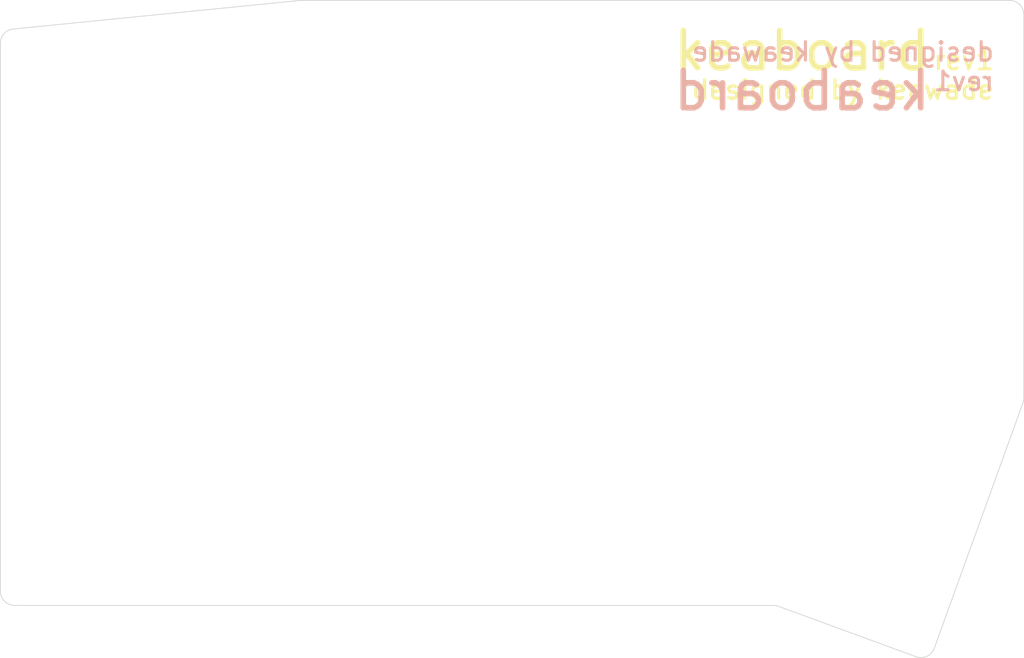
<source format=kicad_pcb>
(kicad_pcb (version 20171130) (host pcbnew 5.1.6-c6e7f7d~87~ubuntu20.04.1)

  (general
    (thickness 1.6)
    (drawings 20)
    (tracks 0)
    (zones 0)
    (modules 8)
    (nets 1)
  )

  (page A4)
  (layers
    (0 F.Cu signal)
    (31 B.Cu signal)
    (32 B.Adhes user)
    (33 F.Adhes user)
    (34 B.Paste user)
    (35 F.Paste user)
    (36 B.SilkS user)
    (37 F.SilkS user)
    (38 B.Mask user)
    (39 F.Mask user)
    (40 Dwgs.User user)
    (41 Cmts.User user)
    (42 Eco1.User user)
    (43 Eco2.User user)
    (44 Edge.Cuts user)
    (45 Margin user)
    (46 B.CrtYd user)
    (47 F.CrtYd user)
    (48 B.Fab user)
    (49 F.Fab user)
  )

  (setup
    (last_trace_width 0.25)
    (trace_clearance 0.2)
    (zone_clearance 0.508)
    (zone_45_only no)
    (trace_min 0.2)
    (via_size 0.8)
    (via_drill 0.4)
    (via_min_size 0.4)
    (via_min_drill 0.3)
    (uvia_size 0.3)
    (uvia_drill 0.1)
    (uvias_allowed no)
    (uvia_min_size 0.2)
    (uvia_min_drill 0.1)
    (edge_width 0.05)
    (segment_width 0.2)
    (pcb_text_width 0.3)
    (pcb_text_size 1.5 1.5)
    (mod_edge_width 0.12)
    (mod_text_size 1 1)
    (mod_text_width 0.15)
    (pad_size 1.524 1.524)
    (pad_drill 0.762)
    (pad_to_mask_clearance 0.05)
    (aux_axis_origin 0 0)
    (visible_elements FFFFFF7F)
    (pcbplotparams
      (layerselection 0x010f0_ffffffff)
      (usegerberextensions false)
      (usegerberattributes true)
      (usegerberadvancedattributes true)
      (creategerberjobfile true)
      (excludeedgelayer true)
      (linewidth 0.100000)
      (plotframeref false)
      (viasonmask false)
      (mode 1)
      (useauxorigin false)
      (hpglpennumber 1)
      (hpglpenspeed 20)
      (hpglpendiameter 15.000000)
      (psnegative false)
      (psa4output false)
      (plotreference true)
      (plotvalue true)
      (plotinvisibletext false)
      (padsonsilk false)
      (subtractmaskfromsilk false)
      (outputformat 1)
      (mirror false)
      (drillshape 0)
      (scaleselection 1)
      (outputdirectory "Gerber/"))
  )

  (net 0 "")

  (net_class Default "This is the default net class."
    (clearance 0.2)
    (trace_width 0.25)
    (via_dia 0.8)
    (via_drill 0.4)
    (uvia_dia 0.3)
    (uvia_drill 0.1)
  )

  (module MountingHole:MountingHole_2.2mm_M2 (layer F.Cu) (tedit 56D1B4CB) (tstamp 5F42FBF1)
    (at 105.156 65.731)
    (descr "Mounting Hole 2.2mm, no annular, M2")
    (tags "mounting hole 2.2mm no annular m2")
    (attr virtual)
    (fp_text reference REF** (at 0 -3.2) (layer F.SilkS) hide
      (effects (font (size 1 1) (thickness 0.15)))
    )
    (fp_text value MountingHole_2.2mm_M2 (at 0 3.2) (layer F.Fab) hide
      (effects (font (size 1 1) (thickness 0.15)))
    )
    (fp_circle (center 0 0) (end 2.2 0) (layer Cmts.User) (width 0.15))
    (fp_circle (center 0 0) (end 2.45 0) (layer F.CrtYd) (width 0.05))
    (fp_text user %R (at 0.3 0) (layer F.Fab)
      (effects (font (size 1 1) (thickness 0.15)))
    )
    (pad 1 np_thru_hole circle (at 0 0) (size 2.2 2.2) (drill 2.2) (layers *.Cu *.Mask))
  )

  (module MountingHole:MountingHole_2.2mm_M2 (layer F.Cu) (tedit 56D1B4CB) (tstamp 5F42FBEA)
    (at 160.306 108.331)
    (descr "Mounting Hole 2.2mm, no annular, M2")
    (tags "mounting hole 2.2mm no annular m2")
    (attr virtual)
    (fp_text reference REF** (at 0 -3.2) (layer F.SilkS) hide
      (effects (font (size 1 1) (thickness 0.15)))
    )
    (fp_text value MountingHole_2.2mm_M2 (at 0 3.2) (layer F.Fab) hide
      (effects (font (size 1 1) (thickness 0.15)))
    )
    (fp_circle (center 0 0) (end 2.2 0) (layer Cmts.User) (width 0.15))
    (fp_circle (center 0 0) (end 2.45 0) (layer F.CrtYd) (width 0.05))
    (fp_text user %R (at 0.3 0) (layer F.Fab)
      (effects (font (size 1 1) (thickness 0.15)))
    )
    (pad 1 np_thru_hole circle (at 0 0) (size 2.2 2.2) (drill 2.2) (layers *.Cu *.Mask))
  )

  (module MountingHole:MountingHole_2.2mm_M2 (layer F.Cu) (tedit 56D1B4CB) (tstamp 5F42FBE3)
    (at 105.156 103.831)
    (descr "Mounting Hole 2.2mm, no annular, M2")
    (tags "mounting hole 2.2mm no annular m2")
    (attr virtual)
    (fp_text reference REF** (at 0 -3.2) (layer F.SilkS) hide
      (effects (font (size 1 1) (thickness 0.15)))
    )
    (fp_text value MountingHole_2.2mm_M2 (at 0 3.2) (layer F.Fab) hide
      (effects (font (size 1 1) (thickness 0.15)))
    )
    (fp_circle (center 0 0) (end 2.2 0) (layer Cmts.User) (width 0.15))
    (fp_circle (center 0 0) (end 2.45 0) (layer F.CrtYd) (width 0.05))
    (fp_text user %R (at 0.3 0) (layer F.Fab)
      (effects (font (size 1 1) (thickness 0.15)))
    )
    (pad 1 np_thru_hole circle (at 0 0) (size 2.2 2.2) (drill 2.2) (layers *.Cu *.Mask))
  )

  (module MountingHole:MountingHole_2.2mm_M2 (layer F.Cu) (tedit 56D1B4CB) (tstamp 5F42FBDC)
    (at 161.306 70.231)
    (descr "Mounting Hole 2.2mm, no annular, M2")
    (tags "mounting hole 2.2mm no annular m2")
    (attr virtual)
    (fp_text reference REF** (at 0 -3.2) (layer F.SilkS) hide
      (effects (font (size 1 1) (thickness 0.15)))
    )
    (fp_text value MountingHole_2.2mm_M2 (at 0 3.2) (layer F.Fab) hide
      (effects (font (size 1 1) (thickness 0.15)))
    )
    (fp_circle (center 0 0) (end 2.2 0) (layer Cmts.User) (width 0.15))
    (fp_circle (center 0 0) (end 2.45 0) (layer F.CrtYd) (width 0.05))
    (fp_text user %R (at 0.3 0) (layer F.Fab)
      (effects (font (size 1 1) (thickness 0.15)))
    )
    (pad 1 np_thru_hole circle (at 0 0) (size 2.2 2.2) (drill 2.2) (layers *.Cu *.Mask))
  )

  (module MountingHole:MountingHole_2.2mm_M2 (layer F.Cu) (tedit 56D1B4CB) (tstamp 5F42FBD5)
    (at 67.056 108.331)
    (descr "Mounting Hole 2.2mm, no annular, M2")
    (tags "mounting hole 2.2mm no annular m2")
    (attr virtual)
    (fp_text reference REF** (at 0 -3.2) (layer F.SilkS) hide
      (effects (font (size 1 1) (thickness 0.15)))
    )
    (fp_text value MountingHole_2.2mm_M2 (at 0 3.2) (layer F.Fab) hide
      (effects (font (size 1 1) (thickness 0.15)))
    )
    (fp_circle (center 0 0) (end 2.2 0) (layer Cmts.User) (width 0.15))
    (fp_circle (center 0 0) (end 2.45 0) (layer F.CrtYd) (width 0.05))
    (fp_text user %R (at 0.3 0) (layer F.Fab)
      (effects (font (size 1 1) (thickness 0.15)))
    )
    (pad 1 np_thru_hole circle (at 0 0) (size 2.2 2.2) (drill 2.2) (layers *.Cu *.Mask))
  )

  (module MountingHole:MountingHole_2.2mm_M2 (layer F.Cu) (tedit 56D1B4CB) (tstamp 5F42FBC5)
    (at 67.056 70.231)
    (descr "Mounting Hole 2.2mm, no annular, M2")
    (tags "mounting hole 2.2mm no annular m2")
    (attr virtual)
    (fp_text reference REF** (at 0 -3.2) (layer F.SilkS) hide
      (effects (font (size 1 1) (thickness 0.15)))
    )
    (fp_text value MountingHole_2.2mm_M2 (at 0 3.2) (layer F.Fab) hide
      (effects (font (size 1 1) (thickness 0.15)))
    )
    (fp_circle (center 0 0) (end 2.2 0) (layer Cmts.User) (width 0.15))
    (fp_circle (center 0 0) (end 2.45 0) (layer F.CrtYd) (width 0.05))
    (fp_text user %R (at 0.3 0) (layer F.Fab)
      (effects (font (size 1 1) (thickness 0.15)))
    )
    (pad 1 np_thru_hole circle (at 0 0) (size 2.2 2.2) (drill 2.2) (layers *.Cu *.Mask))
  )

  (module MountingHole:MountingHole_2.2mm_M2 (layer F.Cu) (tedit 56D1B4CB) (tstamp 5F42FBBE)
    (at 124.206 65.731)
    (descr "Mounting Hole 2.2mm, no annular, M2")
    (tags "mounting hole 2.2mm no annular m2")
    (attr virtual)
    (fp_text reference REF** (at 0 -3.2) (layer F.SilkS) hide
      (effects (font (size 1 1) (thickness 0.15)))
    )
    (fp_text value MountingHole_2.2mm_M2 (at 0 3.2) (layer F.Fab) hide
      (effects (font (size 1 1) (thickness 0.15)))
    )
    (fp_circle (center 0 0) (end 2.2 0) (layer Cmts.User) (width 0.15))
    (fp_circle (center 0 0) (end 2.45 0) (layer F.CrtYd) (width 0.05))
    (fp_text user %R (at 0.3 0) (layer F.Fab)
      (effects (font (size 1 1) (thickness 0.15)))
    )
    (pad 1 np_thru_hole circle (at 0 0) (size 2.2 2.2) (drill 2.2) (layers *.Cu *.Mask))
  )

  (module MountingHole:MountingHole_2.2mm_M2 (layer F.Cu) (tedit 56D1B4CB) (tstamp 5F42FBB7)
    (at 124.206 103.831)
    (descr "Mounting Hole 2.2mm, no annular, M2")
    (tags "mounting hole 2.2mm no annular m2")
    (attr virtual)
    (fp_text reference REF** (at 0 -3.2) (layer F.SilkS) hide
      (effects (font (size 1 1) (thickness 0.15)))
    )
    (fp_text value MountingHole_2.2mm_M2 (at 0 3.2) (layer F.Fab) hide
      (effects (font (size 1 1) (thickness 0.15)))
    )
    (fp_circle (center 0 0) (end 2.2 0) (layer Cmts.User) (width 0.15))
    (fp_circle (center 0 0) (end 2.45 0) (layer F.CrtYd) (width 0.05))
    (fp_text user %R (at 0.3 0) (layer F.Fab)
      (effects (font (size 1 1) (thickness 0.15)))
    )
    (pad 1 np_thru_hole circle (at 0 0) (size 2.2 2.2) (drill 2.2) (layers *.Cu *.Mask))
  )

  (gr_text keaboard (at 154.94 58.42) (layer B.SilkS) (tstamp 5F42FE29)
    (effects (font (size 5 5) (thickness 0.75)) (justify mirror))
  )
  (gr_text rev1 (at 176.53 57.15) (layer B.SilkS) (tstamp 5F42FE2A)
    (effects (font (size 2.5 2.5) (thickness 0.4)) (justify mirror))
  )
  (gr_text "designed by keawade" (at 160.401 53.213) (layer B.SilkS) (tstamp 5F42FE28)
    (effects (font (size 2.5 2.5) (thickness 0.4)) (justify mirror))
  )
  (gr_text rev1 (at 176.53 54.356) (layer F.SilkS) (tstamp 5F42FDC0)
    (effects (font (size 2.5 2.5) (thickness 0.4)))
  )
  (gr_text keaboard (at 154.94 53.086) (layer F.SilkS) (tstamp 5F42FDBF)
    (effects (font (size 5 5) (thickness 0.75)))
  )
  (gr_text "designed by keawade" (at 160.401 58.293) (layer F.SilkS) (tstamp 5F42FDBE)
    (effects (font (size 2.5 2.5) (thickness 0.4)))
  )
  (gr_line (start 184.42101 100.076) (end 172.593 132.842) (layer Edge.Cuts) (width 0.1) (tstamp 5F42FBD4))
  (gr_arc (start 88.138 48.26) (end 88.138 46.355) (angle -7.594647344) (layer Edge.Cuts) (width 0.1) (tstamp 5F42FBD3))
  (gr_line (start 170.180002 133.984998) (end 151.891727 127.27925) (layer Edge.Cuts) (width 0.1) (tstamp 5F42FBD2))
  (gr_line (start 49.5802 50.193941) (end 87.886228 46.371711) (layer Edge.Cuts) (width 0.1) (tstamp 5F42FBD1))
  (gr_arc (start 151.129728 129.057249) (end 151.891727 127.27925) (angle -26.95486857) (layer Edge.Cuts) (width 0.1) (tstamp 5F42FBD0))
  (gr_arc (start 49.911 125.222) (end 48.006 125.222) (angle -90) (layer Edge.Cuts) (width 0.1) (tstamp 5F42FBCF))
  (gr_line (start 151.003 127.127) (end 49.911 127.127) (layer Edge.Cuts) (width 0.1) (tstamp 5F42FBCE))
  (gr_line (start 48.006 125.222) (end 48.006 52.07) (layer Edge.Cuts) (width 0.1) (tstamp 5F42FBCD))
  (gr_arc (start 182.626 48.26) (end 184.531 48.26) (angle -90) (layer Edge.Cuts) (width 0.1) (tstamp 5F42FBCC))
  (gr_arc (start 170.815 132.207) (end 170.180002 133.984998) (angle -90) (layer Edge.Cuts) (width 0.1) (tstamp 5F42FBB6))
  (gr_arc (start 49.911 52.07) (end 48.006 52.07) (angle 80) (layer Edge.Cuts) (width 0.1) (tstamp 5F42FBB5))
  (gr_arc (start 182.64301 99.441001) (end 184.42101 100.076) (angle -19.65382589) (layer Edge.Cuts) (width 0.1) (tstamp 5F42FBB4))
  (gr_line (start 184.531 48.26) (end 184.531 99.441) (layer Edge.Cuts) (width 0.1) (tstamp 5F42FBB3))
  (gr_line (start 88.138 46.355001) (end 182.626 46.355) (layer Edge.Cuts) (width 0.1) (tstamp 5F42FBB2))

)

</source>
